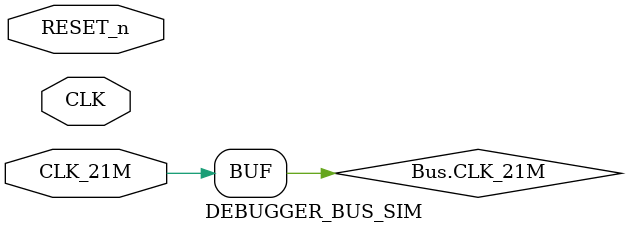
<source format=sv>

`default_nettype none

/***************************************************************
 * 
 ***************************************************************/
module DEBUGGER_BUS_SIM (
    input wire              RESET_n,
    input wire              CLK,
    input wire              CLK_21M,
    BUS_IF.MSX              Bus
);

    /***************************************************************
     * リセット
     ***************************************************************/
    always_ff @(posedge CLK or negedge RESET_n) begin
        if(!RESET_n) begin
            Bus.RESET_n <= 0;
        end
        else begin
            Bus.RESET_n <= 1;
        end
    end

    /***************************************************************
     * クロック生成
     ***************************************************************/
    wire clk_rise = (div_cnt == DIV - 1);
    wire clk_fall = (div_cnt == DIV / 2 - 1);
    wire clk_edge = clk_rise || clk_fall;

    localparam DIV = 30;
    logic [$clog2(DIV+1)-1:0] div_cnt;
    always_ff @(posedge CLK or negedge RESET_n) begin
        if(!RESET_n) begin
            div_cnt <= DIV - 1;
            Bus.CLK <= 0;
            Bus.CLK_EN <= 0;
        end
        else if(clk_rise) begin
            div_cnt <= 0;
            Bus.CLK <= 1;
            Bus.CLK_EN <= 1;
        end
        else if(clk_fall) begin
            div_cnt <= div_cnt + 1'd1;
            Bus.CLK <= 0;
            Bus.CLK_EN <= 0;
        end
        else begin
            div_cnt <= div_cnt + 1'd1;
            Bus.CLK <= Bus.CLK;
            Bus.CLK_EN <= 0;
        end
    end

    /***************************************************************
     * CLK_EN_21M
     ***************************************************************/
    logic prev_clk_21m;
    always_ff @(posedge CLK_21M or negedge RESET_n) begin
        if(!RESET_n)    prev_clk_21m <= 0;
        else            prev_clk_21m <= Bus.CLK;
    end

    assign Bus.CLK_21M = CLK_21M;
    assign Bus.CLK_EN_21M = Bus.CLK && !prev_clk_21m;

    /***************************************************************
     * 遷移状態
     ***************************************************************/
    enum logic[3:0] {
        STATE_T1_0,
        STATE_T1_1,
        STATE_T2_0,
        STATE_T2_1,
        STATE_T3_0,
        STATE_T3_1,
        STATE_T4_0,
        STATE_T4_1
    } state;
    always_ff @(posedge CLK or negedge RESET_n) begin
        if(!RESET_n) begin
            state <= STATE_T4_1;
        end
        else if(clk_edge) begin
            case(state)
                STATE_T4_1: state <= STATE_T1_0;
                STATE_T1_0: state <= STATE_T1_1;
                STATE_T1_1: state <= STATE_T2_0;
                STATE_T2_0: state <= Bus.WAIT_n ? STATE_T2_1 : STATE_T2_0;
                STATE_T2_1: state <= STATE_T3_0;
                STATE_T3_0: state <= STATE_T3_1;
                STATE_T3_1: state <= STATE_T4_0;
                STATE_T4_0: state <= STATE_T4_1;
            endcase
        end 
    end

    /***************************************************************
     * ADDR
     ***************************************************************/
    always_ff @(posedge CLK or negedge RESET_n) begin
        if(!RESET_n) begin
            Bus.ADDR <= 0;
        end
        else if(clk_edge) begin
            case(state)
                STATE_T4_1: Bus.ADDR <= addr_pc;    // T1-0
                STATE_T1_0: Bus.ADDR <= addr_pc;    // T1-1
                STATE_T1_1: Bus.ADDR <= addr_pc;    // T2-0
                STATE_T2_0: Bus.ADDR <= addr_pc;    // T2-1
                STATE_T2_1: Bus.ADDR <= { 8'b0, 1'b0, addr_rfsh};  // T3-0
                STATE_T3_0: Bus.ADDR <= { 8'b0, 1'b0, addr_rfsh};  // T3-1
                STATE_T3_1: Bus.ADDR <= { 8'b0, 1'b0, addr_rfsh};  // T4-0
                STATE_T4_0: Bus.ADDR <= { 8'b0, 1'b0, addr_rfsh};  // T4-1
            endcase
        end 
    end

    /***************************************************************
     * PC
     ***************************************************************/
    logic [15:0] addr_pc;
    always_ff @(posedge CLK or negedge RESET_n) begin
        if(!RESET_n) begin
            addr_pc <= 0;
        end
        else if(clk_edge) begin
            case(state)
                STATE_T2_1: addr_pc <= addr_pc + 1'd1;
            endcase
        end 
    end

    /***************************************************************
     * R
     ***************************************************************/
    logic [7:0] addr_rfsh;
    always_ff @(posedge CLK or negedge RESET_n) begin
        if(!RESET_n) begin
            addr_rfsh <= 0;
        end
        else if(clk_edge) begin
            case(state)
                STATE_T4_1: addr_rfsh <= addr_rfsh + 1'd1;
            endcase
        end 
    end

    /***************************************************************
     * MERQ
     ***************************************************************/
    always_ff @(posedge CLK or negedge RESET_n) begin
        if(!RESET_n) begin
            Bus.MERQ_n <= 1;
        end
        else if(clk_edge) begin
            case(state)
                STATE_T4_1: Bus.MERQ_n <= 1;  // T1-0
                STATE_T1_0: Bus.MERQ_n <= 0;  // T1-1
                STATE_T1_1: Bus.MERQ_n <= 0;  // T2-0
                STATE_T2_0: Bus.MERQ_n <= 0;  // T2-1
                STATE_T2_1: Bus.MERQ_n <= 1;  // T3-0
                STATE_T3_0: Bus.MERQ_n <= 0;  // T3-1
                STATE_T3_1: Bus.MERQ_n <= 0;  // T4-0
                STATE_T4_0: Bus.MERQ_n <= 1;  // T4-1
            endcase
        end 
    end

    /***************************************************************
     * IORQ
     ***************************************************************/
    always_ff @(posedge CLK or negedge RESET_n) begin
        if(!RESET_n) begin
            Bus.IORQ_n <= 1;
        end
        else if(clk_edge) begin
            Bus.IORQ_n <= 1;
        end 
    end

    /***************************************************************
     * RD
     ***************************************************************/
    always_ff @(posedge CLK or negedge RESET_n) begin
        if(!RESET_n) begin
            Bus.RD_n <= 1;
        end
        else if(clk_edge) begin
            case(state)
                STATE_T4_1: Bus.RD_n <= 1;  // T1-0
                STATE_T1_0: Bus.RD_n <= 0;  // T1-1
                STATE_T1_1: Bus.RD_n <= 0;  // T2-0
                STATE_T2_0: Bus.RD_n <= 0;  // T2-1
                STATE_T2_1: Bus.RD_n <= 1;  // T3-0
                STATE_T3_0: Bus.RD_n <= 1;  // T3-1
                STATE_T3_1: Bus.RD_n <= 1;  // T4-0
                STATE_T4_0: Bus.RD_n <= 1;  // T4-1
            endcase
        end 
    end

    /***************************************************************
     * WR
     ***************************************************************/
    always_ff @(posedge CLK or negedge RESET_n) begin
        if(!RESET_n) begin
            Bus.WR_n <= 1;
        end
        else if(clk_edge) begin
            Bus.WR_n <= 1;
        end 
    end

    /***************************************************************
     * M1
     ***************************************************************/
    always_ff @(posedge CLK or negedge RESET_n) begin
        if(!RESET_n) begin
            Bus.M1_n <= 1;
        end
        else if(clk_edge) begin
            case(state)
                STATE_T4_1: Bus.M1_n <= 0;  // T1-0
                STATE_T1_0: Bus.M1_n <= 0;  // T1-1
                STATE_T1_1: Bus.M1_n <= 0;  // T2-0
                STATE_T2_0: Bus.M1_n <= 0;  // T2-1
                STATE_T2_1: Bus.M1_n <= 1;  // T3-0
                STATE_T3_0: Bus.M1_n <= 1;  // T3-1
                STATE_T3_1: Bus.M1_n <= 1;  // T4-0
                STATE_T4_0: Bus.M1_n <= 1;  // T4-1
            endcase
        end 
    end

    /***************************************************************
     * RFSH
     ***************************************************************/
    always_ff @(posedge CLK or negedge RESET_n) begin
        if(!RESET_n) begin
            Bus.RFSH_n <= 1;
        end
        else if(clk_edge) begin
            case(state)
                STATE_T4_1: Bus.RFSH_n <= 1;  // T1-0
                STATE_T1_0: Bus.RFSH_n <= 1;  // T1-1
                STATE_T1_1: Bus.RFSH_n <= 1;  // T2-0
                STATE_T2_0: Bus.RFSH_n <= 1;  // T2-1
                STATE_T2_1: Bus.RFSH_n <= 0;  // T3-0
                STATE_T3_0: Bus.RFSH_n <= 0;  // T3-1
                STATE_T3_1: Bus.RFSH_n <= 0;  // T4-0
                STATE_T4_0: Bus.RFSH_n <= 0;  // T4-1
            endcase
        end 
    end

    /***************************************************************
     * DIN
     ***************************************************************/
    always_ff @(posedge CLK or negedge RESET_n) begin
        if(!RESET_n) begin
            Bus.DIN <= 0;
        end
        else if(clk_edge) begin
            Bus.DIN <= 0;
        end
    end

    /***************************************************************
     * CS1
     ***************************************************************/
    always_ff @(posedge CLK or negedge RESET_n) begin
        if(!RESET_n) begin
            Bus.CS1_n <= 1;
        end
        else begin
            Bus.CS1_n <= Bus.ADDR[15:4] != 2'b01;
        end
    end

    /***************************************************************
     * CS2
     ***************************************************************/
    always_ff @(posedge CLK or negedge RESET_n) begin
        if(!RESET_n) begin
            Bus.CS2_n <= 1;
        end
        else begin
            Bus.CS2_n <= Bus.ADDR[15:4] != 2'b10;
        end
    end

    /***************************************************************
     * CS12
     ***************************************************************/
    always_ff @(posedge CLK or negedge RESET_n) begin
        if(!RESET_n) begin
            Bus.CS12_n <= 1;
        end
        else begin
            Bus.CS12_n <= (Bus.ADDR[15:4] != 2'b10) && (Bus.ADDR[15:4] != 2'b01);
        end
    end

    /***************************************************************
     * SLTSL
     ***************************************************************/
    always_ff @(posedge CLK or negedge RESET_n) begin
        if(!RESET_n) begin
            Bus.SLTSL_n <= 1;
        end
        else begin
            Bus.SLTSL_n <= 1;
        end
    end

endmodule

`default_nettype wire

</source>
